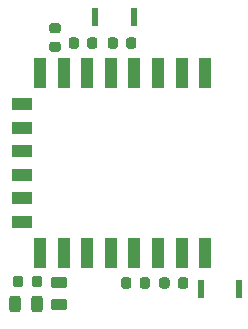
<source format=gbr>
%TF.GenerationSoftware,KiCad,Pcbnew,(5.1.6)-1*%
%TF.CreationDate,2021-05-23T02:10:16+08:00*%
%TF.ProjectId,HKIA_Tracker,484b4941-5f54-4726-9163-6b65722e6b69,rev?*%
%TF.SameCoordinates,Original*%
%TF.FileFunction,Paste,Bot*%
%TF.FilePolarity,Positive*%
%FSLAX46Y46*%
G04 Gerber Fmt 4.6, Leading zero omitted, Abs format (unit mm)*
G04 Created by KiCad (PCBNEW (5.1.6)-1) date 2021-05-23 02:10:16*
%MOMM*%
%LPD*%
G01*
G04 APERTURE LIST*
%ADD10R,1.000000X2.500000*%
%ADD11R,1.800000X1.000000*%
%ADD12R,0.550000X1.500000*%
G04 APERTURE END LIST*
D10*
%TO.C,U3*%
X140621900Y-82176300D03*
X138621900Y-82176300D03*
X136621900Y-82176300D03*
X134621900Y-82176300D03*
X132621900Y-82176300D03*
X130621900Y-82176300D03*
X128621900Y-82176300D03*
X126621900Y-82176300D03*
D11*
X125121900Y-84776300D03*
X125121900Y-86776300D03*
X125121900Y-88776300D03*
X125121900Y-90776300D03*
X125121900Y-92776300D03*
X125121900Y-94776300D03*
D10*
X126621900Y-97376300D03*
X128621900Y-97376300D03*
X130621900Y-97376300D03*
X132621900Y-97376300D03*
X134621900Y-97376300D03*
X136621900Y-97376300D03*
X138621900Y-97376300D03*
X140621900Y-97376300D03*
%TD*%
D12*
%TO.C,SW5*%
X131305900Y-77393800D03*
X134555900Y-77393800D03*
%TD*%
%TO.C,SW4*%
X143509400Y-100444300D03*
X140259400Y-100444300D03*
%TD*%
%TO.C,R24*%
G36*
G01*
X127632750Y-79496400D02*
X128145250Y-79496400D01*
G75*
G02*
X128364000Y-79715150I0J-218750D01*
G01*
X128364000Y-80152650D01*
G75*
G02*
X128145250Y-80371400I-218750J0D01*
G01*
X127632750Y-80371400D01*
G75*
G02*
X127414000Y-80152650I0J218750D01*
G01*
X127414000Y-79715150D01*
G75*
G02*
X127632750Y-79496400I218750J0D01*
G01*
G37*
G36*
G01*
X127632750Y-77921400D02*
X128145250Y-77921400D01*
G75*
G02*
X128364000Y-78140150I0J-218750D01*
G01*
X128364000Y-78577650D01*
G75*
G02*
X128145250Y-78796400I-218750J0D01*
G01*
X127632750Y-78796400D01*
G75*
G02*
X127414000Y-78577650I0J218750D01*
G01*
X127414000Y-78140150D01*
G75*
G02*
X127632750Y-77921400I218750J0D01*
G01*
G37*
%TD*%
%TO.C,R23*%
G36*
G01*
X130613900Y-79872550D02*
X130613900Y-79360050D01*
G75*
G02*
X130832650Y-79141300I218750J0D01*
G01*
X131270150Y-79141300D01*
G75*
G02*
X131488900Y-79360050I0J-218750D01*
G01*
X131488900Y-79872550D01*
G75*
G02*
X131270150Y-80091300I-218750J0D01*
G01*
X130832650Y-80091300D01*
G75*
G02*
X130613900Y-79872550I0J218750D01*
G01*
G37*
G36*
G01*
X129038900Y-79872550D02*
X129038900Y-79360050D01*
G75*
G02*
X129257650Y-79141300I218750J0D01*
G01*
X129695150Y-79141300D01*
G75*
G02*
X129913900Y-79360050I0J-218750D01*
G01*
X129913900Y-79872550D01*
G75*
G02*
X129695150Y-80091300I-218750J0D01*
G01*
X129257650Y-80091300D01*
G75*
G02*
X129038900Y-79872550I0J218750D01*
G01*
G37*
%TD*%
%TO.C,R22*%
G36*
G01*
X133215900Y-79360050D02*
X133215900Y-79872550D01*
G75*
G02*
X132997150Y-80091300I-218750J0D01*
G01*
X132559650Y-80091300D01*
G75*
G02*
X132340900Y-79872550I0J218750D01*
G01*
X132340900Y-79360050D01*
G75*
G02*
X132559650Y-79141300I218750J0D01*
G01*
X132997150Y-79141300D01*
G75*
G02*
X133215900Y-79360050I0J-218750D01*
G01*
G37*
G36*
G01*
X134790900Y-79360050D02*
X134790900Y-79872550D01*
G75*
G02*
X134572150Y-80091300I-218750J0D01*
G01*
X134134650Y-80091300D01*
G75*
G02*
X133915900Y-79872550I0J218750D01*
G01*
X133915900Y-79360050D01*
G75*
G02*
X134134650Y-79141300I218750J0D01*
G01*
X134572150Y-79141300D01*
G75*
G02*
X134790900Y-79360050I0J-218750D01*
G01*
G37*
%TD*%
%TO.C,R21*%
G36*
G01*
X134358900Y-99680050D02*
X134358900Y-100192550D01*
G75*
G02*
X134140150Y-100411300I-218750J0D01*
G01*
X133702650Y-100411300D01*
G75*
G02*
X133483900Y-100192550I0J218750D01*
G01*
X133483900Y-99680050D01*
G75*
G02*
X133702650Y-99461300I218750J0D01*
G01*
X134140150Y-99461300D01*
G75*
G02*
X134358900Y-99680050I0J-218750D01*
G01*
G37*
G36*
G01*
X135933900Y-99680050D02*
X135933900Y-100192550D01*
G75*
G02*
X135715150Y-100411300I-218750J0D01*
G01*
X135277650Y-100411300D01*
G75*
G02*
X135058900Y-100192550I0J218750D01*
G01*
X135058900Y-99680050D01*
G75*
G02*
X135277650Y-99461300I218750J0D01*
G01*
X135715150Y-99461300D01*
G75*
G02*
X135933900Y-99680050I0J-218750D01*
G01*
G37*
%TD*%
%TO.C,R20*%
G36*
G01*
X137597400Y-99680050D02*
X137597400Y-100192550D01*
G75*
G02*
X137378650Y-100411300I-218750J0D01*
G01*
X136941150Y-100411300D01*
G75*
G02*
X136722400Y-100192550I0J218750D01*
G01*
X136722400Y-99680050D01*
G75*
G02*
X136941150Y-99461300I218750J0D01*
G01*
X137378650Y-99461300D01*
G75*
G02*
X137597400Y-99680050I0J-218750D01*
G01*
G37*
G36*
G01*
X139172400Y-99680050D02*
X139172400Y-100192550D01*
G75*
G02*
X138953650Y-100411300I-218750J0D01*
G01*
X138516150Y-100411300D01*
G75*
G02*
X138297400Y-100192550I0J218750D01*
G01*
X138297400Y-99680050D01*
G75*
G02*
X138516150Y-99461300I218750J0D01*
G01*
X138953650Y-99461300D01*
G75*
G02*
X139172400Y-99680050I0J-218750D01*
G01*
G37*
%TD*%
%TO.C,C24*%
G36*
G01*
X125214900Y-99553050D02*
X125214900Y-100065550D01*
G75*
G02*
X124996150Y-100284300I-218750J0D01*
G01*
X124558650Y-100284300D01*
G75*
G02*
X124339900Y-100065550I0J218750D01*
G01*
X124339900Y-99553050D01*
G75*
G02*
X124558650Y-99334300I218750J0D01*
G01*
X124996150Y-99334300D01*
G75*
G02*
X125214900Y-99553050I0J-218750D01*
G01*
G37*
G36*
G01*
X126789900Y-99553050D02*
X126789900Y-100065550D01*
G75*
G02*
X126571150Y-100284300I-218750J0D01*
G01*
X126133650Y-100284300D01*
G75*
G02*
X125914900Y-100065550I0J218750D01*
G01*
X125914900Y-99553050D01*
G75*
G02*
X126133650Y-99334300I218750J0D01*
G01*
X126571150Y-99334300D01*
G75*
G02*
X126789900Y-99553050I0J-218750D01*
G01*
G37*
%TD*%
%TO.C,C20*%
G36*
G01*
X124987900Y-101258050D02*
X124987900Y-102170550D01*
G75*
G02*
X124744150Y-102414300I-243750J0D01*
G01*
X124256650Y-102414300D01*
G75*
G02*
X124012900Y-102170550I0J243750D01*
G01*
X124012900Y-101258050D01*
G75*
G02*
X124256650Y-101014300I243750J0D01*
G01*
X124744150Y-101014300D01*
G75*
G02*
X124987900Y-101258050I0J-243750D01*
G01*
G37*
G36*
G01*
X126862900Y-101258050D02*
X126862900Y-102170550D01*
G75*
G02*
X126619150Y-102414300I-243750J0D01*
G01*
X126131650Y-102414300D01*
G75*
G02*
X125887900Y-102170550I0J243750D01*
G01*
X125887900Y-101258050D01*
G75*
G02*
X126131650Y-101014300I243750J0D01*
G01*
X126619150Y-101014300D01*
G75*
G02*
X126862900Y-101258050I0J-243750D01*
G01*
G37*
%TD*%
%TO.C,C17*%
G36*
G01*
X127775650Y-101275300D02*
X128688150Y-101275300D01*
G75*
G02*
X128931900Y-101519050I0J-243750D01*
G01*
X128931900Y-102006550D01*
G75*
G02*
X128688150Y-102250300I-243750J0D01*
G01*
X127775650Y-102250300D01*
G75*
G02*
X127531900Y-102006550I0J243750D01*
G01*
X127531900Y-101519050D01*
G75*
G02*
X127775650Y-101275300I243750J0D01*
G01*
G37*
G36*
G01*
X127775650Y-99400300D02*
X128688150Y-99400300D01*
G75*
G02*
X128931900Y-99644050I0J-243750D01*
G01*
X128931900Y-100131550D01*
G75*
G02*
X128688150Y-100375300I-243750J0D01*
G01*
X127775650Y-100375300D01*
G75*
G02*
X127531900Y-100131550I0J243750D01*
G01*
X127531900Y-99644050D01*
G75*
G02*
X127775650Y-99400300I243750J0D01*
G01*
G37*
%TD*%
M02*

</source>
